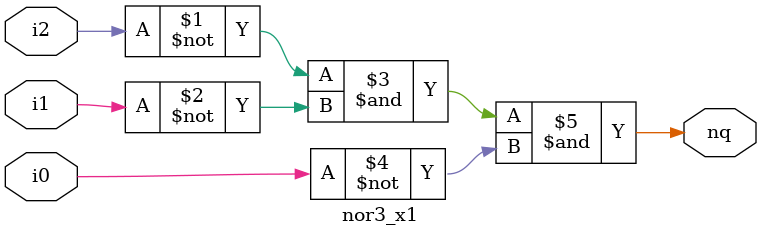
<source format=v>
/*                                                                      */
/*  Avertec Release v3.4p5 (64 bits on Linux 6.6.13+bpo-amd64)          */
/*  [AVT_only] host: fsdev                                              */
/*  [AVT_only] arch: x86_64                                             */
/*  [AVT_only] path: /opt/tasyag-3.4p5/bin/avt_shell                    */
/*  argv:                                                               */
/*                                                                      */
/*  User: verhaegs                                                      */
/*  Generation date Wed May 29 10:55:23 2024                            */
/*                                                                      */
/*  Verilog data flow description generated from `nor3_x1`              */
/*                                                                      */


`timescale 1 ps/1 ps

module nor3_x1 (nq, i0, i1, i2);

  output nq;
  input  i0;
  input  i1;
  input  i2;


  assign nq = (~(i2) & ~(i1) & ~(i0));

endmodule

</source>
